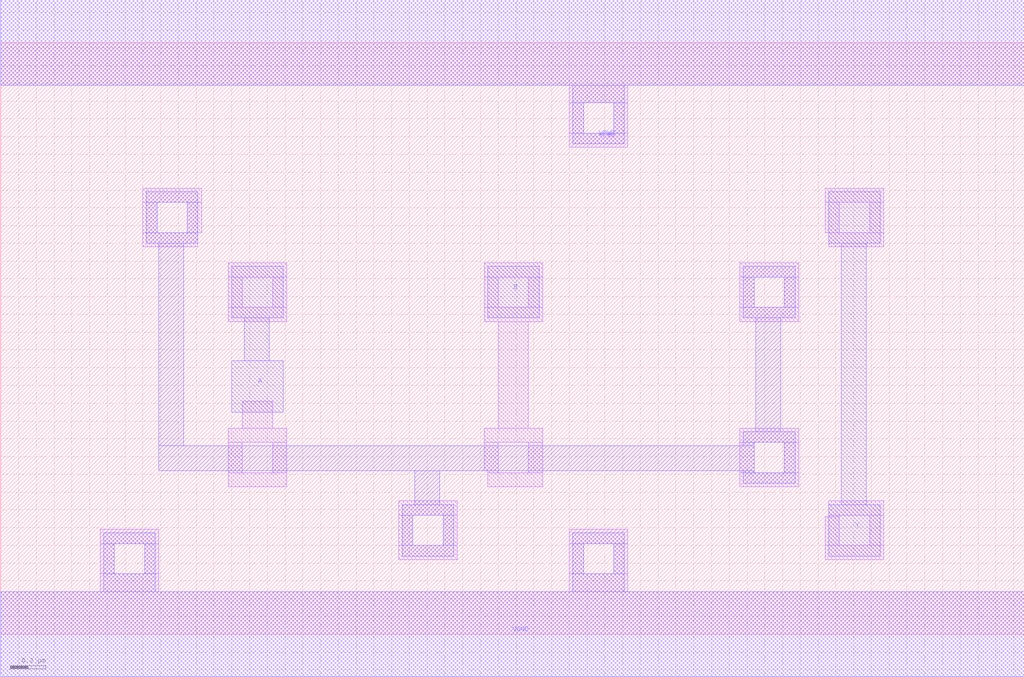
<source format=lef>
VERSION 5.7 ;
  NOWIREEXTENSIONATPIN ON ;
  DIVIDERCHAR "/" ;
  BUSBITCHARS "[]" ;
MACRO OR2X1
  CLASS CORE ;
  FOREIGN OR2X1 ;
  ORIGIN 0.000 0.000 ;
  SIZE 5.760 BY 3.330 ;
  SYMMETRY X Y R90 ;
  SITE unit ;
  PIN VPWR
    DIRECTION INOUT ;
    USE POWER ;
    SHAPE ABUTMENT ;
    PORT
      LAYER met1 ;
        RECT 0.000 3.090 5.760 3.570 ;
        RECT 3.220 2.990 3.510 3.090 ;
        RECT 3.220 2.820 3.280 2.990 ;
        RECT 3.450 2.820 3.510 2.990 ;
        RECT 3.220 2.760 3.510 2.820 ;
    END
    PORT
      LAYER li1 ;
        RECT 0.000 3.090 5.760 3.570 ;
        RECT 3.200 2.990 3.530 3.090 ;
        RECT 3.200 2.820 3.280 2.990 ;
        RECT 3.450 2.820 3.530 2.990 ;
        RECT 3.200 2.740 3.530 2.820 ;
    END
  END VPWR
  PIN VGND
    DIRECTION INOUT ;
    USE GROUND ;
    SHAPE ABUTMENT ;
    PORT
      LAYER met1 ;
        RECT 0.580 0.510 0.870 0.570 ;
        RECT 0.580 0.340 0.640 0.510 ;
        RECT 0.810 0.340 0.870 0.510 ;
        RECT 0.580 0.240 0.870 0.340 ;
        RECT 3.220 0.510 3.510 0.570 ;
        RECT 3.220 0.340 3.280 0.510 ;
        RECT 3.450 0.340 3.510 0.510 ;
        RECT 3.220 0.240 3.510 0.340 ;
        RECT 0.000 -0.240 5.760 0.240 ;
    END
    PORT
      LAYER li1 ;
        RECT 0.560 0.510 0.890 0.590 ;
        RECT 0.560 0.340 0.640 0.510 ;
        RECT 0.810 0.340 0.890 0.510 ;
        RECT 0.560 0.240 0.890 0.340 ;
        RECT 3.200 0.510 3.530 0.590 ;
        RECT 3.200 0.340 3.280 0.510 ;
        RECT 3.450 0.340 3.530 0.510 ;
        RECT 3.200 0.240 3.530 0.340 ;
        RECT 0.000 -0.240 5.760 0.240 ;
    END
  END VGND
  PIN Y
    DIRECTION INOUT ;
    USE SIGNAL ;
    SHAPE ABUTMENT ;
    PORT
      LAYER met1 ;
        RECT 4.660 2.200 4.950 2.490 ;
        RECT 4.730 0.730 4.870 2.200 ;
        RECT 4.660 0.440 4.950 0.730 ;
    END
  END Y
  PIN A
    DIRECTION INOUT ;
    USE SIGNAL ;
    SHAPE ABUTMENT ;
    PORT
      LAYER met1 ;
        RECT 1.300 1.780 1.590 2.070 ;
        RECT 1.370 1.540 1.510 1.780 ;
        RECT 1.300 1.250 1.590 1.540 ;
    END
  END A
  PIN B
    DIRECTION INOUT ;
    USE SIGNAL ;
    SHAPE ABUTMENT ;
    PORT
      LAYER met1 ;
        RECT 2.740 1.780 3.030 2.070 ;
    END
  END B
  OBS
      LAYER li1 ;
        RECT 0.800 2.430 1.130 2.510 ;
        RECT 0.800 2.260 0.880 2.430 ;
        RECT 1.050 2.260 1.130 2.430 ;
        RECT 4.640 2.430 4.970 2.510 ;
        RECT 4.640 2.260 4.720 2.430 ;
        RECT 4.890 2.260 4.970 2.430 ;
        RECT 0.800 2.180 1.110 2.260 ;
        RECT 4.660 2.180 4.970 2.260 ;
        RECT 1.280 2.010 1.610 2.090 ;
        RECT 1.280 1.840 1.360 2.010 ;
        RECT 1.530 1.840 1.610 2.010 ;
        RECT 1.280 1.760 1.610 1.840 ;
        RECT 2.720 2.010 3.050 2.090 ;
        RECT 2.720 1.840 2.800 2.010 ;
        RECT 2.970 1.840 3.050 2.010 ;
        RECT 2.720 1.760 3.050 1.840 ;
        RECT 4.160 2.010 4.490 2.090 ;
        RECT 4.160 1.840 4.240 2.010 ;
        RECT 4.410 1.840 4.490 2.010 ;
        RECT 4.160 1.760 4.490 1.840 ;
        RECT 1.360 1.160 1.530 1.310 ;
        RECT 2.800 1.160 2.970 1.760 ;
        RECT 1.280 1.080 1.610 1.160 ;
        RECT 1.280 0.910 1.360 1.080 ;
        RECT 1.530 0.910 1.610 1.080 ;
        RECT 2.720 1.080 3.050 1.160 ;
        RECT 2.720 0.920 2.800 1.080 ;
        RECT 1.280 0.830 1.610 0.910 ;
        RECT 2.740 0.910 2.800 0.920 ;
        RECT 2.970 0.910 3.050 1.080 ;
        RECT 2.740 0.830 3.050 0.910 ;
        RECT 4.160 1.080 4.490 1.160 ;
        RECT 4.160 0.910 4.240 1.080 ;
        RECT 4.410 0.910 4.490 1.080 ;
        RECT 4.160 0.830 4.490 0.910 ;
        RECT 2.240 0.670 2.570 0.750 ;
        RECT 2.240 0.500 2.320 0.670 ;
        RECT 2.490 0.500 2.570 0.670 ;
        RECT 4.660 0.670 4.970 0.750 ;
        RECT 4.660 0.660 4.720 0.670 ;
        RECT 2.240 0.420 2.570 0.500 ;
        RECT 4.640 0.500 4.720 0.660 ;
        RECT 4.890 0.500 4.970 0.670 ;
        RECT 4.640 0.420 4.970 0.500 ;
      LAYER met1 ;
        RECT 0.820 2.430 1.110 2.490 ;
        RECT 0.820 2.260 0.880 2.430 ;
        RECT 1.050 2.260 1.110 2.430 ;
        RECT 0.820 2.200 1.110 2.260 ;
        RECT 0.890 1.060 1.030 2.200 ;
        RECT 4.180 2.010 4.470 2.070 ;
        RECT 4.180 1.840 4.240 2.010 ;
        RECT 4.410 1.840 4.470 2.010 ;
        RECT 4.180 1.780 4.470 1.840 ;
        RECT 4.250 1.140 4.390 1.780 ;
        RECT 4.180 1.080 4.470 1.140 ;
        RECT 4.180 1.060 4.240 1.080 ;
        RECT 0.890 0.920 4.240 1.060 ;
        RECT 2.330 0.730 2.470 0.920 ;
        RECT 4.180 0.910 4.240 0.920 ;
        RECT 4.410 0.910 4.470 1.080 ;
        RECT 4.180 0.850 4.470 0.910 ;
        RECT 2.260 0.670 2.550 0.730 ;
        RECT 2.260 0.500 2.320 0.670 ;
        RECT 2.490 0.500 2.550 0.670 ;
        RECT 2.260 0.440 2.550 0.500 ;
  END
END OR2X1
END LIBRARY


</source>
